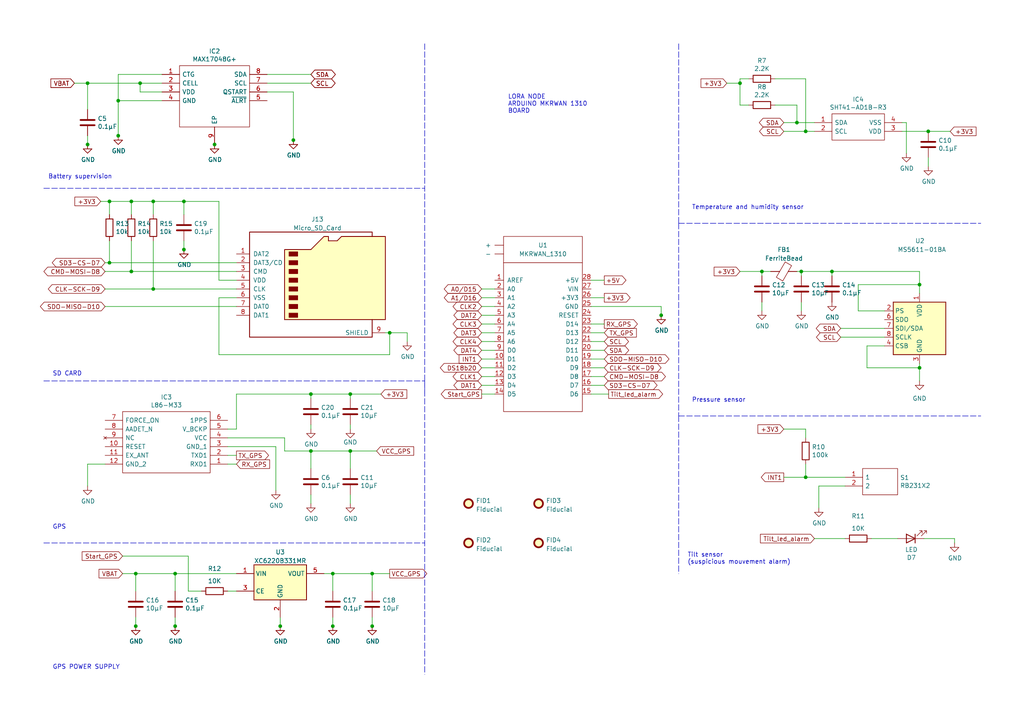
<source format=kicad_sch>
(kicad_sch (version 20211123) (generator eeschema)
  (paper "A4")
  (title_block (title "Open_beehive_scale_board") (date "2022-05-16") (rev "V0.1") (company "Ratamuse"))
  (lib_symbols
    (symbol "Connector:Micro_SD_Card" (pin_names (offset 1.016))
      (property "Reference" "J" (at -16.51 15.24 0))
      (property "Value" "Micro_SD_Card" (at 16.51 15.24 0))
      (symbol "Micro_SD_Card_0_1"
        (rectangle (start -7.62 -9.525) (end -5.08 -10.795) (fill (type outline)))
        (rectangle (start -7.62 -6.985) (end -5.08 -8.255) (fill (type outline)))
        (rectangle (start -7.62 -4.445) (end -5.08 -5.715) (fill (type outline)))
        (rectangle (start -7.62 -1.905) (end -5.08 -3.175) (fill (type outline)))
        (rectangle (start -7.62 0.635) (end -5.08 -0.635) (fill (type outline)))
        (rectangle (start -7.62 3.175) (end -5.08 1.905) (fill (type outline)))
        (rectangle (start -7.62 5.715) (end -5.08 4.445) (fill (type outline)))
        (rectangle (start -7.62 8.255) (end -5.08 6.985) (fill (type outline)))
        (polyline (pts (xy 16.51 12.7) (xy 16.51 13.97) (xy -19.05 13.97) (xy -19.05 -16.51) (xy 16.51 -16.51) (xy 16.51 -11.43)) (stroke (width 0.254)))
        (polyline (pts (xy -8.89 -11.43) (xy -8.89 8.89) (xy -1.27 8.89) (xy 2.54 12.7) (xy 3.81 12.7) (xy 3.81 11.43) (xy 6.35 11.43) (xy 7.62 12.7) (xy 20.32 12.7) (xy 20.32 -11.43) (xy -8.89 -11.43)) (stroke (width 0.254)) (fill (type background)))
      )
      (symbol "Micro_SD_Card_1_1"
        (pin bidirectional line (at -22.86 7.62 0) (length 3.81) (name "DAT2") (number "1"))
        (pin bidirectional line (at -22.86 5.08 0) (length 3.81) (name "DAT3/CD") (number "2"))
        (pin input line (at -22.86 2.54 0) (length 3.81) (name "CMD") (number "3"))
        (pin power_in line (at -22.86 0 0) (length 3.81) (name "VDD") (number "4"))
        (pin input line (at -22.86 -2.54 0) (length 3.81) (name "CLK") (number "5"))
        (pin power_in line (at -22.86 -5.08 0) (length 3.81) (name "VSS") (number "6"))
        (pin bidirectional line (at -22.86 -7.62 0) (length 3.81) (name "DAT0") (number "7"))
        (pin bidirectional line (at -22.86 -10.16 0) (length 3.81) (name "DAT1") (number "8"))
        (pin passive line (at 20.32 -15.24 180) (length 3.81) (name "SHIELD") (number "9"))
      )
    )
    (symbol "Device:C" (pin_numbers hide) (pin_names (offset 0.254))
      (property "Reference" "C" (at 0.635 2.54 0))
      (property "Value" "C" (at 0.635 -2.54 0))
      (symbol "C_0_1"
        (polyline (pts (xy -2.032 -0.762) (xy 2.032 -0.762)) (stroke (width 0.508)))
        (polyline (pts (xy -2.032 0.762) (xy 2.032 0.762)) (stroke (width 0.508)))
      )
      (symbol "C_1_1"
        (pin passive line (at 0 3.81 270) (length 2.794) (name "~") (number "1"))
        (pin passive line (at 0 -3.81 90) (length 2.794) (name "~") (number "2"))
      )
    )
    (symbol "Device:FerriteBead" (pin_numbers hide) (pin_names (offset 0))
      (property "Reference" "FB" (at -3.81 0.635 90))
      (property "Value" "FerriteBead" (at 3.81 0 90))
      (symbol "FerriteBead_0_1"
        (polyline (pts (xy 0 -1.27) (xy 0 -1.2192)))
        (polyline (pts (xy 0 1.27) (xy 0 1.2954)))
        (polyline (pts (xy -2.7686 0.4064) (xy -1.7018 2.2606) (xy 2.7686 -0.3048) (xy 1.6764 -2.159) (xy -2.7686 0.4064)))
      )
      (symbol "FerriteBead_1_1"
        (pin passive line (at 0 3.81 270) (length 2.54) (name "~") (number "1"))
        (pin passive line (at 0 -3.81 90) (length 2.54) (name "~") (number "2"))
      )
    )
    (symbol "Device:LED" (pin_numbers hide) (pin_names (offset 1.016) hide)
      (property "Reference" "D" (at 0 2.54 0))
      (property "Value" "LED" (at 0 -2.54 0))
      (symbol "LED_0_1"
        (polyline (pts (xy -1.27 -1.27) (xy -1.27 1.27)) (stroke (width 0.254)))
        (polyline (pts (xy -1.27 0) (xy 1.27 0)))
        (polyline (pts (xy 1.27 -1.27) (xy 1.27 1.27) (xy -1.27 0) (xy 1.27 -1.27)) (stroke (width 0.254)))
        (polyline (pts (xy -3.048 -0.762) (xy -4.572 -2.286) (xy -3.81 -2.286) (xy -4.572 -2.286) (xy -4.572 -1.524)))
        (polyline (pts (xy -1.778 -0.762) (xy -3.302 -2.286) (xy -2.54 -2.286) (xy -3.302 -2.286) (xy -3.302 -1.524)))
      )
      (symbol "LED_1_1"
        (pin passive line (at -3.81 0 0) (length 2.54) (name "K") (number "1"))
        (pin passive line (at 3.81 0 180) (length 2.54) (name "A") (number "2"))
      )
    )
    (symbol "Device:R" (pin_numbers hide) (pin_names (offset 0))
      (property "Reference" "R" (at 2.032 0 90))
      (property "Value" "R" (at 0 0 90))
      (symbol "R_0_1"
        (rectangle (start -1.016 -2.54) (end 1.016 2.54) (stroke (width 0.254)))
      )
      (symbol "R_1_1"
        (pin passive line (at 0 3.81 270) (length 1.27) (name "~") (number "1"))
        (pin passive line (at 0 -3.81 90) (length 1.27) (name "~") (number "2"))
      )
    )
    (symbol "L86-M33:L86-M33" (pin_names (offset 0.762))
      (property "Reference" "IC" (at 31.75 7.62 0))
      (property "Value" "L86-M33" (at 31.75 5.08 0))
      (symbol "L86-M33_0_0"
        (pin passive line (at 35.56 -12.7 180) (length 5.08) (name "RXD1") (number "1"))
        (pin passive line (at 0 -7.62 0) (length 5.08) (name "RESET") (number "10"))
        (pin passive line (at 0 -10.16 0) (length 5.08) (name "EX_ANT") (number "11"))
        (pin passive line (at 0 -12.7 0) (length 5.08) (name "GND_2") (number "12"))
        (pin passive line (at 35.56 -10.16 180) (length 5.08) (name "TXD1") (number "2"))
        (pin passive line (at 35.56 -7.62 180) (length 5.08) (name "GND_1") (number "3"))
        (pin passive line (at 35.56 -5.08 180) (length 5.08) (name "VCC") (number "4"))
        (pin passive line (at 35.56 -2.54 180) (length 5.08) (name "V_BCKP") (number "5"))
        (pin passive line (at 35.56 0 180) (length 5.08) (name "1PPS") (number "6"))
        (pin passive line (at 0 0 0) (length 5.08) (name "FORCE_ON") (number "7"))
        (pin passive line (at 0 -2.54 0) (length 5.08) (name "AADET_N") (number "8"))
        (pin no_connect line (at 0 -5.08 0) (length 5.08) (name "NC") (number "9"))
      )
      (symbol "L86-M33_0_1"
        (polyline (pts (xy 5.08 2.54) (xy 30.48 2.54) (xy 30.48 -15.24) (xy 5.08 -15.24) (xy 5.08 2.54)) (stroke (width 0.1524)))
      )
    )
    (symbol "MAX17048G+:MAX17048G+" (pin_names (offset 0.762))
      (property "Reference" "IC" (at 26.67 7.62 0))
      (property "Value" "MAX17048G+" (at 26.67 5.08 0))
      (symbol "MAX17048G+_0_0"
        (pin passive line (at 0 0 0) (length 5.08) (name "CTG") (number "1"))
        (pin passive line (at 0 -2.54 0) (length 5.08) (name "CELL") (number "2"))
        (pin passive line (at 0 -5.08 0) (length 5.08) (name "VDD") (number "3"))
        (pin passive line (at 0 -7.62 0) (length 5.08) (name "GND") (number "4"))
        (pin passive line (at 30.48 -7.62 180) (length 5.08) (name "~{ALRT}") (number "5"))
        (pin passive line (at 30.48 -5.08 180) (length 5.08) (name "QSTART") (number "6"))
        (pin passive line (at 30.48 -2.54 180) (length 5.08) (name "SCL") (number "7"))
        (pin passive line (at 30.48 0 180) (length 5.08) (name "SDA") (number "8"))
        (pin passive line (at 15.24 -20.32 90) (length 5.08) (name "EP") (number "9"))
      )
      (symbol "MAX17048G+_0_1"
        (polyline (pts (xy 5.08 2.54) (xy 25.4 2.54) (xy 25.4 -15.24) (xy 5.08 -15.24) (xy 5.08 2.54)) (stroke (width 0.1524)))
      )
    )
    (symbol "MKRShield_v1:MKRWAN_1310" (pin_names (offset 1.016))
      (property "Reference" "U1" (at 11.43 48.26 0))
      (property "Value" "MKRWAN_1310" (at 11.43 45.72 0))
      (symbol "MKRWAN_1310_0_1"
        (rectangle (start 0 43.18) (end 22.86 0))
        (rectangle (start 0 43.18) (end 22.86 50.8))
      )
      (symbol "MKRWAN_1310_1_1"
        (pin input line (at -2.54 38.1 0) (length 2.54) (name "AREF") (number "1"))
        (pin input line (at -2.54 15.24 0) (length 2.54) (name "D1") (number "10"))
        (pin input line (at -2.54 12.7 0) (length 2.54) (name "D2") (number "11"))
        (pin input line (at -2.54 10.16 0) (length 2.54) (name "D3") (number "12"))
        (pin input line (at -2.54 7.62 0) (length 2.54) (name "D4") (number "13"))
        (pin input line (at -2.54 5.08 0) (length 2.54) (name "D5") (number "14"))
        (pin input line (at 25.4 5.08 180) (length 2.54) (name "D6") (number "15"))
        (pin input line (at 25.4 7.62 180) (length 2.54) (name "D7") (number "16"))
        (pin input line (at 25.4 10.16 180) (length 2.54) (name "D8") (number "17"))
        (pin input line (at 25.4 12.7 180) (length 2.54) (name "D9") (number "18"))
        (pin input line (at 25.4 15.24 180) (length 2.54) (name "D10") (number "19"))
        (pin input line (at -2.54 35.56 0) (length 2.54) (name "A0") (number "2"))
        (pin input line (at 25.4 17.78 180) (length 2.54) (name "D11") (number "20"))
        (pin input line (at 25.4 20.32 180) (length 2.54) (name "D12") (number "21"))
        (pin input line (at 25.4 22.86 180) (length 2.54) (name "D13") (number "22"))
        (pin input line (at 25.4 25.4 180) (length 2.54) (name "D14") (number "23"))
        (pin input line (at 25.4 27.94 180) (length 2.54) (name "RESET") (number "24"))
        (pin input line (at 25.4 30.48 180) (length 2.54) (name "GND") (number "25"))
        (pin input line (at 25.4 33.02 180) (length 2.54) (name "+3V3") (number "26"))
        (pin input line (at 25.4 35.56 180) (length 2.54) (name "VIN") (number "27"))
        (pin input line (at 25.4 38.1 180) (length 2.54) (name "+5V") (number "28"))
        (pin input line (at -2.54 33.02 0) (length 2.54) (name "A1") (number "3"))
        (pin input line (at -2.54 30.48 0) (length 2.54) (name "A2") (number "4"))
        (pin input line (at -2.54 27.94 0) (length 2.54) (name "A3") (number "5"))
        (pin input line (at -2.54 25.4 0) (length 2.54) (name "A4") (number "6"))
        (pin input line (at -2.54 22.86 0) (length 2.54) (name "A5") (number "7"))
        (pin input line (at -2.54 20.32 0) (length 2.54) (name "A6") (number "8"))
        (pin input line (at -2.54 17.78 0) (length 2.54) (name "D0") (number "9"))
        (pin input line (at 0 48.26 180) (length 2.54) (name "+") (number "~"))
        (pin input line (at 0 45.72 180) (length 2.54) (name "-") (number "~"))
      )
    )
    (symbol "Mechanical:Fiducial"
      (property "Reference" "FID" (at 0 5.08 0))
      (property "Value" "Fiducial" (at 0 3.175 0))
      (symbol "Fiducial_0_1"
        (circle (center 0 0) (radius 1.27) (stroke (width 0.508)) (fill (type background)))
      )
    )
    (symbol "RB231X2:RB231X2" (pin_names (offset 0.762))
      (property "Reference" "S" (at 16.51 7.62 0))
      (property "Value" "RB231X2" (at 16.51 5.08 0))
      (symbol "RB231X2_0_0"
        (pin passive line (at 0 0 0) (length 5.08) (name "1") (number "1"))
        (pin passive line (at 0 -2.54 0) (length 5.08) (name "2") (number "2"))
      )
      (symbol "RB231X2_0_1"
        (polyline (pts (xy 5.08 2.54) (xy 15.24 2.54) (xy 15.24 -5.08) (xy 5.08 -5.08) (xy 5.08 2.54)) (stroke (width 0.1524)))
      )
    )
    (symbol "Regulator_Linear:XC6220B331MR"
      (property "Reference" "U" (at 0 8.89 0))
      (property "Value" "XC6220B331MR" (at 0 6.35 0))
      (symbol "XC6220B331MR_0_1"
        (rectangle (start -7.62 5.08) (end 7.62 -5.08) (stroke (width 0.254)) (fill (type background)))
      )
      (symbol "XC6220B331MR_1_1"
        (pin power_in line (at -12.7 2.54 0) (length 5.08) (name "VIN") (number "1"))
        (pin power_in line (at 0 -10.16 90) (length 5.08) (name "GND") (number "2"))
        (pin input line (at -12.7 -2.54 0) (length 5.08) (name "CE") (number "3"))
        (pin no_connect line (at 12.7 -2.54 180) (length 5.08) hide (name "NC") (number "4"))
        (pin power_out line (at 12.7 2.54 180) (length 5.08) (name "VOUT") (number "5"))
      )
    )
    (symbol "SHT41-AD1B-R3:SHT41-AD1B-R3" (pin_names (offset 0.762))
      (property "Reference" "IC" (at 21.59 7.62 0))
      (property "Value" "SHT41-AD1B-R3" (at 21.59 5.08 0))
      (symbol "SHT41-AD1B-R3_0_0"
        (pin passive line (at 0 0 0) (length 5.08) (name "SDA") (number "1"))
        (pin passive line (at 0 -2.54 0) (length 5.08) (name "SCL") (number "2"))
        (pin passive line (at 25.4 -2.54 180) (length 5.08) (name "VDD") (number "3"))
        (pin passive line (at 25.4 0 180) (length 5.08) (name "VSS") (number "4"))
      )
      (symbol "SHT41-AD1B-R3_0_1"
        (polyline (pts (xy 5.08 2.54) (xy 20.32 2.54) (xy 20.32 -5.08) (xy 5.08 -5.08) (xy 5.08 2.54)) (stroke (width 0.1524)))
      )
    )
    (symbol "Sensor_Pressure:MS5611-01BA"
      (property "Reference" "U" (at -6.35 8.89 0))
      (property "Value" "MS5611-01BA" (at 7.62 8.89 0))
      (symbol "MS5611-01BA_0_1"
        (rectangle (start -7.62 7.62) (end 7.62 -7.62) (stroke (width 0.254)) (fill (type background)))
      )
      (symbol "MS5611-01BA_1_1"
        (pin power_in line (at 0 10.16 270) (length 2.54) (name "VDD") (number "1"))
        (pin input line (at -10.16 5.08 0) (length 2.54) (name "PS") (number "2"))
        (pin power_in line (at 0 -10.16 90) (length 2.54) (name "GND") (number "3"))
        (pin input line (at -10.16 -5.08 0) (length 2.54) (name "CSB") (number "4"))
        (pin input line (at -10.16 -5.08 0) (length 2.54) hide (name "CSB") (number "5"))
        (pin output line (at -10.16 2.54 0) (length 2.54) (name "SDO") (number "6"))
        (pin bidirectional line (at -10.16 0 0) (length 2.54) (name "SDI/SDA") (number "7"))
        (pin input line (at -10.16 -2.54 0) (length 2.54) (name "SCLK") (number "8"))
      )
    )
    (symbol "power:GND" (power) (pin_names (offset 0))
      (property "Value" "GND" (at 0 -3.81 0))
      (symbol "GND_0_1"
        (polyline (pts (xy 0 0) (xy 0 -1.27) (xy 1.27 -1.27) (xy 0 -2.54) (xy -1.27 -1.27) (xy 0 -1.27)))
      )
      (symbol "GND_1_1"
        (pin power_in line (at 0 0 270) (length 0) hide (name "GND") (number "1"))
      )
    )
  )
  (junction (at 269.24 38.1))
  (junction (at 34.29 29.21))
  (junction (at 233.68 138.43))
  (junction (at 90.17 130.81))
  (junction (at 107.95 181.61))
  (junction (at 31.75 58.42))
  (junction (at 85.09 40.64))
  (junction (at 38.1 78.74))
  (junction (at 81.28 181.61))
  (junction (at 25.4 24.13))
  (junction (at 38.1 58.42))
  (junction (at 96.52 166.37))
  (junction (at 90.17 114.3))
  (junction (at 39.37 166.37))
  (junction (at 44.45 58.42))
  (junction (at 96.52 181.61))
  (junction (at 101.6 130.81))
  (junction (at 233.68 38.1))
  (junction (at 107.95 166.37))
  (junction (at 31.75 76.2))
  (junction (at 62.23 41.91))
  (junction (at 232.41 78.74))
  (junction (at 39.37 181.61))
  (junction (at 231.14 35.56))
  (junction (at 25.4 41.91))
  (junction (at 50.8 166.37))
  (junction (at 53.34 72.39))
  (junction (at 191.77 91.44))
  (junction (at 220.98 78.74))
  (junction (at 241.3 78.74))
  (junction (at 53.34 58.42))
  (junction (at 50.8 181.61))
  (junction (at 101.6 114.3))
  (junction (at 40.64 24.13))
  (junction (at 34.29 39.37))
  (junction (at 266.7 106.68))
  (junction (at 44.45 83.82))
  (junction (at 214.63 24.13))
  (junction (at 266.7 82.55))
  (junction (at 113.03 96.52))
  (wire (pts (xy 25.4 39.37) (xy 25.4 41.91)))
  (wire (pts (xy 269.24 45.72) (xy 269.24 48.26)))
  (wire (pts (xy 63.5 58.42) (xy 63.5 81.28)))
  (wire (pts (xy 214.63 30.48) (xy 214.63 24.13)))
  (wire (pts (xy 233.68 38.1) (xy 233.68 22.86)))
  (wire (pts (xy 90.17 115.57) (xy 90.17 114.3)))
  (wire (pts (xy 113.03 96.52) (xy 118.11 96.52)))
  (wire (pts (xy 50.8 171.45) (xy 50.8 166.37)))
  (wire (pts (xy 261.62 35.56) (xy 262.89 35.56)))
  (wire (pts (xy 267.97 156.21) (xy 276.86 156.21)))
  (wire (pts (xy 38.1 58.42) (xy 38.1 62.23)))
  (wire (pts (xy 101.6 115.57) (xy 101.6 114.3)))
  (wire (pts (xy 31.75 58.42) (xy 38.1 58.42)))
  (wire (pts (xy 139.7 86.36) (xy 143.51 86.36)))
  (wire (pts (xy 68.58 134.62) (xy 66.04 134.62)))
  (wire (pts (xy 31.75 69.85) (xy 31.75 76.2)))
  (wire (pts (xy 107.95 166.37) (xy 113.03 166.37)))
  (wire (pts (xy 233.68 38.1) (xy 227.33 38.1)))
  (wire (pts (xy 80.01 129.54) (xy 80.01 142.24)))
  (wire (pts (xy 232.41 87.63) (xy 232.41 90.17)))
  (wire (pts (xy 50.8 166.37) (xy 68.58 166.37)))
  (polyline (pts (xy 123.19 110.49) (xy 123.19 114.3)))
  (wire (pts (xy 231.14 35.56) (xy 231.14 30.48)))
  (wire (pts (xy 101.6 130.81) (xy 109.22 130.81)))
  (polyline (pts (xy 196.85 12.7) (xy 196.85 64.77)))
  (wire (pts (xy 251.46 100.33) (xy 251.46 106.68)))
  (wire (pts (xy 44.45 69.85) (xy 44.45 83.82)))
  (wire (pts (xy 30.48 83.82) (xy 44.45 83.82)))
  (wire (pts (xy 44.45 58.42) (xy 44.45 62.23)))
  (wire (pts (xy 139.7 91.44) (xy 143.51 91.44)))
  (wire (pts (xy 96.52 179.07) (xy 96.52 181.61)))
  (wire (pts (xy 171.45 104.14) (xy 175.26 104.14)))
  (wire (pts (xy 214.63 78.74) (xy 220.98 78.74)))
  (wire (pts (xy 171.45 111.76) (xy 175.26 111.76)))
  (wire (pts (xy 269.24 38.1) (xy 261.62 38.1)))
  (wire (pts (xy 101.6 114.3) (xy 110.49 114.3)))
  (wire (pts (xy 214.63 22.86) (xy 217.17 22.86)))
  (wire (pts (xy 63.5 102.87) (xy 113.03 102.87)))
  (wire (pts (xy 139.7 83.82) (xy 143.51 83.82)))
  (wire (pts (xy 139.7 99.06) (xy 143.51 99.06)))
  (wire (pts (xy 118.11 96.52) (xy 118.11 99.06)))
  (wire (pts (xy 25.4 24.13) (xy 25.4 31.75)))
  (wire (pts (xy 276.86 156.21) (xy 276.86 157.48)))
  (wire (pts (xy 220.98 78.74) (xy 223.52 78.74)))
  (wire (pts (xy 82.55 130.81) (xy 90.17 130.81)))
  (wire (pts (xy 40.64 26.67) (xy 46.99 26.67)))
  (wire (pts (xy 77.47 24.13) (xy 90.17 24.13)))
  (wire (pts (xy 29.21 58.42) (xy 31.75 58.42)))
  (wire (pts (xy 171.45 114.3) (xy 176.53 114.3)))
  (wire (pts (xy 266.7 82.55) (xy 266.7 78.74)))
  (wire (pts (xy 38.1 78.74) (xy 68.58 78.74)))
  (wire (pts (xy 44.45 58.42) (xy 53.34 58.42)))
  (wire (pts (xy 243.84 97.79) (xy 256.54 97.79)))
  (wire (pts (xy 30.48 88.9) (xy 68.58 88.9)))
  (wire (pts (xy 139.7 88.9) (xy 143.51 88.9)))
  (wire (pts (xy 191.77 88.9) (xy 191.77 91.44)))
  (wire (pts (xy 90.17 123.19) (xy 90.17 124.46)))
  (wire (pts (xy 220.98 80.01) (xy 220.98 78.74)))
  (wire (pts (xy 214.63 24.13) (xy 210.82 24.13)))
  (wire (pts (xy 68.58 86.36) (xy 63.5 86.36)))
  (wire (pts (xy 38.1 58.42) (xy 44.45 58.42)))
  (wire (pts (xy 256.54 100.33) (xy 251.46 100.33)))
  (wire (pts (xy 68.58 124.46) (xy 68.58 114.3)))
  (wire (pts (xy 68.58 114.3) (xy 90.17 114.3)))
  (wire (pts (xy 82.55 130.81) (xy 82.55 127)))
  (wire (pts (xy 66.04 129.54) (xy 80.01 129.54)))
  (wire (pts (xy 248.92 90.17) (xy 256.54 90.17)))
  (wire (pts (xy 50.8 179.07) (xy 50.8 181.61)))
  (wire (pts (xy 231.14 35.56) (xy 236.22 35.56)))
  (wire (pts (xy 96.52 171.45) (xy 96.52 166.37)))
  (polyline (pts (xy 12.7 157.48) (xy 123.19 157.48)))
  (wire (pts (xy 236.22 38.1) (xy 233.68 38.1)))
  (wire (pts (xy 233.68 138.43) (xy 227.33 138.43)))
  (wire (pts (xy 139.7 109.22) (xy 143.51 109.22)))
  (wire (pts (xy 139.7 114.3) (xy 143.51 114.3)))
  (wire (pts (xy 30.48 78.74) (xy 38.1 78.74)))
  (wire (pts (xy 231.14 30.48) (xy 224.79 30.48)))
  (wire (pts (xy 139.7 106.68) (xy 143.51 106.68)))
  (wire (pts (xy 139.7 96.52) (xy 143.51 96.52)))
  (wire (pts (xy 266.7 105.41) (xy 266.7 106.68)))
  (wire (pts (xy 34.29 29.21) (xy 34.29 39.37)))
  (wire (pts (xy 269.24 38.1) (xy 275.59 38.1)))
  (wire (pts (xy 96.52 166.37) (xy 107.95 166.37)))
  (wire (pts (xy 171.45 81.28) (xy 175.26 81.28)))
  (wire (pts (xy 171.45 93.98) (xy 175.26 93.98)))
  (wire (pts (xy 237.49 140.97) (xy 237.49 147.32)))
  (wire (pts (xy 25.4 134.62) (xy 25.4 140.97)))
  (wire (pts (xy 39.37 171.45) (xy 39.37 166.37)))
  (wire (pts (xy 101.6 143.51) (xy 101.6 146.05)))
  (wire (pts (xy 31.75 76.2) (xy 68.58 76.2)))
  (wire (pts (xy 111.76 96.52) (xy 113.03 96.52)))
  (wire (pts (xy 217.17 30.48) (xy 214.63 30.48)))
  (wire (pts (xy 171.45 101.6) (xy 175.26 101.6)))
  (wire (pts (xy 101.6 135.89) (xy 101.6 130.81)))
  (wire (pts (xy 25.4 24.13) (xy 40.64 24.13)))
  (wire (pts (xy 233.68 124.46) (xy 227.33 124.46)))
  (wire (pts (xy 245.11 140.97) (xy 237.49 140.97)))
  (wire (pts (xy 171.45 99.06) (xy 175.26 99.06)))
  (wire (pts (xy 77.47 26.67) (xy 85.09 26.67)))
  (wire (pts (xy 46.99 24.13) (xy 40.64 24.13)))
  (wire (pts (xy 243.84 95.25) (xy 256.54 95.25)))
  (wire (pts (xy 68.58 124.46) (xy 66.04 124.46)))
  (polyline (pts (xy 12.7 110.49) (xy 123.19 110.49)))
  (wire (pts (xy 248.92 82.55) (xy 248.92 90.17)))
  (wire (pts (xy 241.3 78.74) (xy 266.7 78.74)))
  (polyline (pts (xy 196.85 64.77) (xy 196.85 120.65)))
  (wire (pts (xy 90.17 114.3) (xy 101.6 114.3)))
  (wire (pts (xy 44.45 83.82) (xy 68.58 83.82)))
  (polyline (pts (xy 196.85 64.77) (xy 284.48 64.77)))
  (wire (pts (xy 40.64 24.13) (xy 40.64 26.67)))
  (wire (pts (xy 241.3 78.74) (xy 241.3 80.01)))
  (wire (pts (xy 101.6 124.46) (xy 101.6 123.19)))
  (wire (pts (xy 46.99 21.59) (xy 34.29 21.59)))
  (wire (pts (xy 93.98 166.37) (xy 96.52 166.37)))
  (wire (pts (xy 231.14 35.56) (xy 227.33 35.56)))
  (wire (pts (xy 139.7 101.6) (xy 143.51 101.6)))
  (wire (pts (xy 251.46 106.68) (xy 266.7 106.68)))
  (wire (pts (xy 233.68 22.86) (xy 224.79 22.86)))
  (wire (pts (xy 266.7 82.55) (xy 248.92 82.55)))
  (wire (pts (xy 39.37 179.07) (xy 39.37 181.61)))
  (polyline (pts (xy 12.7 54.61) (xy 123.19 54.61)))
  (wire (pts (xy 220.98 87.63) (xy 220.98 90.17)))
  (wire (pts (xy 85.09 26.67) (xy 85.09 40.64)))
  (wire (pts (xy 233.68 127) (xy 233.68 124.46)))
  (wire (pts (xy 53.34 69.85) (xy 53.34 72.39)))
  (wire (pts (xy 171.45 88.9) (xy 191.77 88.9)))
  (wire (pts (xy 233.68 138.43) (xy 233.68 134.62)))
  (wire (pts (xy 232.41 78.74) (xy 241.3 78.74)))
  (wire (pts (xy 245.11 138.43) (xy 233.68 138.43)))
  (wire (pts (xy 139.7 104.14) (xy 143.51 104.14)))
  (wire (pts (xy 81.28 179.07) (xy 81.28 181.61)))
  (wire (pts (xy 35.56 161.29) (xy 54.61 161.29)))
  (wire (pts (xy 30.48 76.2) (xy 31.75 76.2)))
  (wire (pts (xy 39.37 166.37) (xy 50.8 166.37)))
  (wire (pts (xy 46.99 29.21) (xy 34.29 29.21)))
  (wire (pts (xy 252.73 156.21) (xy 260.35 156.21)))
  (wire (pts (xy 63.5 81.28) (xy 68.58 81.28)))
  (polyline (pts (xy 196.85 120.65) (xy 284.48 120.65)))
  (wire (pts (xy 90.17 135.89) (xy 90.17 130.81)))
  (wire (pts (xy 139.7 111.76) (xy 143.51 111.76)))
  (wire (pts (xy 262.89 35.56) (xy 262.89 44.45)))
  (wire (pts (xy 266.7 106.68) (xy 266.7 110.49)))
  (polyline (pts (xy 196.85 120.65) (xy 196.85 166.37)))
  (wire (pts (xy 171.45 109.22) (xy 175.26 109.22)))
  (wire (pts (xy 214.63 24.13) (xy 214.63 22.86)))
  (wire (pts (xy 171.45 86.36) (xy 175.26 86.36)))
  (wire (pts (xy 90.17 130.81) (xy 101.6 130.81)))
  (wire (pts (xy 232.41 78.74) (xy 232.41 80.01)))
  (wire (pts (xy 236.22 156.21) (xy 245.11 156.21)))
  (wire (pts (xy 25.4 134.62) (xy 30.48 134.62)))
  (wire (pts (xy 171.45 96.52) (xy 175.26 96.52)))
  (wire (pts (xy 266.7 85.09) (xy 266.7 82.55)))
  (wire (pts (xy 63.5 86.36) (xy 63.5 102.87)))
  (wire (pts (xy 21.59 24.13) (xy 25.4 24.13)))
  (wire (pts (xy 38.1 69.85) (xy 38.1 78.74)))
  (wire (pts (xy 34.29 21.59) (xy 34.29 29.21)))
  (wire (pts (xy 53.34 58.42) (xy 63.5 58.42)))
  (wire (pts (xy 90.17 143.51) (xy 90.17 146.05)))
  (wire (pts (xy 171.45 106.68) (xy 175.26 106.68)))
  (wire (pts (xy 231.14 78.74) (xy 232.41 78.74)))
  (wire (pts (xy 113.03 102.87) (xy 113.03 96.52)))
  (wire (pts (xy 139.7 93.98) (xy 143.51 93.98)))
  (wire (pts (xy 31.75 58.42) (xy 31.75 62.23)))
  (wire (pts (xy 53.34 58.42) (xy 53.34 62.23)))
  (wire (pts (xy 107.95 179.07) (xy 107.95 181.61)))
  (wire (pts (xy 58.42 171.45) (xy 54.61 171.45)))
  (wire (pts (xy 66.04 171.45) (xy 68.58 171.45)))
  (wire (pts (xy 77.47 21.59) (xy 90.17 21.59)))
  (wire (pts (xy 35.56 166.37) (xy 39.37 166.37)))
  (polyline (pts (xy 123.19 12.7) (xy 123.19 195.58)))
  (wire (pts (xy 107.95 171.45) (xy 107.95 166.37)))
  (wire (pts (xy 82.55 127) (xy 66.04 127)))
  (wire (pts (xy 54.61 171.45) (xy 54.61 161.29)))
  (wire (pts (xy 66.04 132.08) (xy 68.58 132.08)))
  (text "SD CARD" (at 15.24 109.22 0) (effects (font (size 1.27 1.27)) (justify left bottom)))
  (text "GPS" (at 15.24 153.67 0) (effects (font (size 1.27 1.27)) (justify left bottom)))
  (text "LORA NODE \nARDUINO MKRWAN 1310\nBOARD" (at 147.32 33.02 0) (effects (font (size 1.27 1.27)) (justify left bottom)))
  (text "Battery supervision\n" (at 13.97 52.07 0) (effects (font (size 1.27 1.27)) (justify left bottom)))
  (text "Tilt sensor \n(suspicious mouvement alarm)" (at 199.39 163.83 0) (effects (font (size 1.27 1.27)) (justify left bottom)))
  (text "Temperature and humidity sensor\n" (at 200.66 60.96 0) (effects (font (size 1.27 1.27)) (justify left bottom)))
  (text "Pressure sensor" (at 200.66 116.84 0) (effects (font (size 1.27 1.27)) (justify left bottom)))
  (text "GPS POWER SUPPLY" (at 15.24 194.31 0) (effects (font (size 1.27 1.27)) (justify left bottom)))
  (global_label "TX_GPS" (shape output) (at 68.58 132.08 0) (property "Intersheet References" "${INTERSHEET_REFS}" (effects hide)))
  (global_label "+3V3" (shape input) (at 29.21 58.42 180) (property "Intersheet References" "${INTERSHEET_REFS}" (effects hide)))
  (global_label "SDA" (shape bidirectional) (at 90.17 21.59 0) (property "Intersheet References" "${INTERSHEET_REFS}" (effects hide)))
  (global_label "Start_GPS" (shape input) (at 35.56 161.29 180) (property "Intersheet References" "${INTERSHEET_REFS}" (effects hide)))
  (global_label "SCL" (shape bidirectional) (at 90.17 24.13 0) (property "Intersheet References" "${INTERSHEET_REFS}" (effects hide)))
  (global_label "+3V3" (shape input) (at 214.63 78.74 180) (property "Intersheet References" "${INTERSHEET_REFS}" (effects hide)))
  (global_label "+3V3" (shape input) (at 227.33 124.46 180) (property "Intersheet References" "${INTERSHEET_REFS}" (effects hide)))
  (global_label "SD3-CS-D7" (shape bidirectional) (at 175.26 111.76 0) (property "Intersheet References" "${INTERSHEET_REFS}" (effects hide)))
  (global_label "A0{slash}D15" (shape bidirectional) (at 139.7 83.82 180) (property "Intersheet References" "${INTERSHEET_REFS}" (effects hide)))
  (global_label "SDA" (shape bidirectional) (at 243.84 95.25 180) (property "Intersheet References" "${INTERSHEET_REFS}" (effects hide)))
  (global_label "SD3-CS-D7" (shape bidirectional) (at 30.48 76.2 180) (property "Intersheet References" "${INTERSHEET_REFS}" (effects hide)))
  (global_label "DS18b20" (shape bidirectional) (at 139.7 106.68 180) (property "Intersheet References" "${INTERSHEET_REFS}" (effects hide)))
  (global_label "+5V" (shape output) (at 175.26 81.28 0) (property "Intersheet References" "${INTERSHEET_REFS}" (effects hide)))
  (global_label "+3V3" (shape input) (at 210.82 24.13 180) (property "Intersheet References" "${INTERSHEET_REFS}" (effects hide)))
  (global_label "SCL" (shape bidirectional) (at 227.33 38.1 180) (property "Intersheet References" "${INTERSHEET_REFS}" (effects hide)))
  (global_label "CLK-SCK-D9" (shape bidirectional) (at 30.48 83.82 180) (property "Intersheet References" "${INTERSHEET_REFS}" (effects hide)))
  (global_label "SCL" (shape bidirectional) (at 90.17 24.13 0) (property "Intersheet References" "${INTERSHEET_REFS}" (effects hide)))
  (global_label "VCC_GPS" (shape output) (at 113.03 166.37 0) (property "Intersheet References" "${INTERSHEET_REFS}" (effects hide)))
  (global_label "Tilt_led_alarm" (shape input) (at 236.22 156.21 180) (property "Intersheet References" "${INTERSHEET_REFS}" (effects hide)))
  (global_label "SDA" (shape bidirectional) (at 227.33 35.56 180) (property "Intersheet References" "${INTERSHEET_REFS}" (effects hide)))
  (global_label "CLK1" (shape bidirectional) (at 139.7 109.22 180) (property "Intersheet References" "${INTERSHEET_REFS}" (effects hide)))
  (global_label "VBAT" (shape input) (at 35.56 166.37 180) (property "Intersheet References" "${INTERSHEET_REFS}" (effects hide)))
  (global_label "DAT2" (shape bidirectional) (at 139.7 91.44 180) (property "Intersheet References" "${INTERSHEET_REFS}" (effects hide)))
  (global_label "SDA" (shape bidirectional) (at 175.26 101.6 0) (property "Intersheet References" "${INTERSHEET_REFS}" (effects hide)))
  (global_label "Tilt_led_alarm" (shape output) (at 176.53 114.3 0) (property "Intersheet References" "${INTERSHEET_REFS}" (effects hide)))
  (global_label "A1{slash}D16" (shape bidirectional) (at 139.7 86.36 180) (property "Intersheet References" "${INTERSHEET_REFS}" (effects hide)))
  (global_label "SDO-MISO-D10" (shape bidirectional) (at 175.26 104.14 0) (property "Intersheet References" "${INTERSHEET_REFS}" (effects hide)))
  (global_label "+3V3" (shape input) (at 275.59 38.1 0) (property "Intersheet References" "${INTERSHEET_REFS}" (effects hide)))
  (global_label "TX_GPS" (shape input) (at 175.26 96.52 0) (property "Intersheet References" "${INTERSHEET_REFS}" (effects hide)))
  (global_label "+3V3" (shape input) (at 110.49 114.3 0) (property "Intersheet References" "${INTERSHEET_REFS}" (effects hide)))
  (global_label "SDA" (shape bidirectional) (at 90.17 21.59 0) (property "Intersheet References" "${INTERSHEET_REFS}" (effects hide)))
  (global_label "CLK4" (shape bidirectional) (at 139.7 99.06 180) (property "Intersheet References" "${INTERSHEET_REFS}" (effects hide)))
  (global_label "DAT3" (shape bidirectional) (at 139.7 96.52 180) (property "Intersheet References" "${INTERSHEET_REFS}" (effects hide)))
  (global_label "Start_GPS" (shape output) (at 139.7 114.3 180) (property "Intersheet References" "${INTERSHEET_REFS}" (effects hide)))
  (global_label "CLK-SCK-D9" (shape bidirectional) (at 175.26 106.68 0) (property "Intersheet References" "${INTERSHEET_REFS}" (effects hide)))
  (global_label "CMD-MOSI-D8" (shape bidirectional) (at 175.26 109.22 0) (property "Intersheet References" "${INTERSHEET_REFS}" (effects hide)))
  (global_label "DAT1" (shape bidirectional) (at 139.7 111.76 180) (property "Intersheet References" "${INTERSHEET_REFS}" (effects hide)))
  (global_label "INT1" (shape output) (at 227.33 138.43 180) (property "Intersheet References" "${INTERSHEET_REFS}" (effects hide)))
  (global_label "SCL" (shape bidirectional) (at 175.26 99.06 0) (property "Intersheet References" "${INTERSHEET_REFS}" (effects hide)))
  (global_label "INT1" (shape input) (at 139.7 104.14 180) (property "Intersheet References" "${INTERSHEET_REFS}" (effects hide)))
  (global_label "CLK3" (shape bidirectional) (at 139.7 93.98 180) (property "Intersheet References" "${INTERSHEET_REFS}" (effects hide)))
  (global_label "VBAT" (shape input) (at 21.59 24.13 180) (property "Intersheet References" "${INTERSHEET_REFS}" (effects hide)))
  (global_label "DAT4" (shape bidirectional) (at 139.7 101.6 180) (property "Intersheet References" "${INTERSHEET_REFS}" (effects hide)))
  (global_label "CMD-MOSI-D8" (shape bidirectional) (at 30.48 78.74 180) (property "Intersheet References" "${INTERSHEET_REFS}" (effects hide)))
  (global_label "+3V3" (shape output) (at 175.26 86.36 0) (property "Intersheet References" "${INTERSHEET_REFS}" (effects hide)))
  (global_label "RX_GPS" (shape output) (at 175.26 93.98 0) (property "Intersheet References" "${INTERSHEET_REFS}" (effects hide)))
  (global_label "SDO-MISO-D10" (shape bidirectional) (at 30.48 88.9 180) (property "Intersheet References" "${INTERSHEET_REFS}" (effects hide)))
  (global_label "SCL" (shape bidirectional) (at 243.84 97.79 180) (property "Intersheet References" "${INTERSHEET_REFS}" (effects hide)))
  (global_label "CLK2" (shape bidirectional) (at 139.7 88.9 180) (property "Intersheet References" "${INTERSHEET_REFS}" (effects hide)))
  (global_label "VCC_GPS" (shape input) (at 109.22 130.81 0) (property "Intersheet References" "${INTERSHEET_REFS}" (effects hide)))
  (global_label "VBAT" (shape input) (at 21.59 24.13 180) (property "Intersheet References" "${INTERSHEET_REFS}" (effects hide)))
  (global_label "RX_GPS" (shape input) (at 68.58 134.62 0) (property "Intersheet References" "${INTERSHEET_REFS}" (effects hide)))
  (symbol (lib_id "Device:C") (at 101.6 139.7 0) (unit 1)
    (property "Reference" "C11" (at 104.521 138.5316 0) (effects (justify left)))
    (property "Value" "10µF" (at 104.521 140.843 0) (effects (justify left)))
    (property "Footprint" "Capacitor_SMD:C_0805_2012Metric" (effects hide))
  )
  (symbol (lib_id "power:GND") (at 101.6 146.05 0) (unit 1)
    (property "Reference" "#PWR0116" (effects hide))
    (property "Value" "GND" (at 101.727 150.4442 0))
  )
  (symbol (lib_id "RB231X2:RB231X2") (at 245.11 138.43 0) (unit 1)
    (property "Reference" "S1" (at 261.0612 138.5316 0) (effects (justify left)))
    (property "Value" "RB231X2" (at 261.0612 140.843 0) (effects (justify left)))
    (property "Footprint" "Empreintes:RB231X2" (effects hide))
    (property "Datasheet" "http://www.mouser.com/datasheet/2/60/rb-965392.pdf" (effects hide))
    (property "Description" "Tilt Switches ROLLING BALL" (effects hide))
    (property "Height" "4" (effects hide))
    (property "Manufacturer_Name" "C & K COMPONENTS" (effects hide))
    (property "Manufacturer_Part_Number" "RB231X2" (effects hide))
    (property "Mouser Part Number" "611-RB-231X2" (effects hide))
    (property "Mouser Price/Stock" "https://www.mouser.co.uk/ProductDetail/CK/RB231X2?qs=Gufeu08L%2Fl3N%2F2jZGTaJow%3D%3D" (effects hide))
    (property "Arrow Part Number" "RB231X2" (effects hide))
    (property "Arrow Price/Stock" "https://www.arrow.com/en/products/rb231x2/ck" (effects hide))
  )
  (symbol (lib_id "L86-M33:L86-M33") (at 30.48 121.92 0) (unit 1)
    (property "Reference" "IC3" (at 48.26 115.189 0))
    (property "Value" "L86-M33" (at 48.26 117.5004 0))
    (property "Footprint" "Empreintes:L80-M39" (effects hide))
    (property "Datasheet" "https://docs-emea.rs-online.com/webdocs/147d/0900766b8147dbfb.pdf" (effects hide))
    (property "Description" "GPS/GLONASS receiver + antenna pack of 1" (effects hide))
    (property "Manufacturer_Name" "Quectel" (effects hide))
    (property "Manufacturer_Part_Number" "L86-M33" (effects hide))
    (property "Arrow Part Number" "L86-M33" (effects hide))
    (property "Arrow Price/Stock" "https://www.arrow.com/en/products/l86-m33/quectel-wireless-solutions-co-ltd" (effects hide))
  )
  (symbol (lib_id "power:GND") (at 237.49 147.32 0) (unit 1)
    (property "Reference" "#PWR0126" (effects hide))
    (property "Value" "GND" (at 237.617 151.7142 0))
  )
  (symbol (lib_id "power:GND") (at 25.4 140.97 0) (unit 1)
    (property "Reference" "#PWR0119" (effects hide))
    (property "Value" "GND" (at 25.527 145.3642 0))
  )
  (symbol (lib_id "Device:R") (at 233.68 130.81 0) (unit 1)
    (property "Reference" "R10" (at 235.458 129.6416 0) (effects (justify left)))
    (property "Value" "100k" (at 235.458 131.953 0) (effects (justify left)))
    (property "Footprint" "Resistor_SMD:R_0603_1608Metric" (effects hide))
  )
  (symbol (lib_id "Device:C") (at 90.17 139.7 0) (unit 1)
    (property "Reference" "C6" (at 93.091 138.5316 0) (effects (justify left)))
    (property "Value" "0.1µF" (at 93.091 140.843 0) (effects (justify left)))
    (property "Footprint" "Capacitor_SMD:C_0603_1608Metric" (effects hide))
  )
  (symbol (lib_id "power:GND") (at 90.17 146.05 0) (unit 1)
    (property "Reference" "#PWR0120" (effects hide))
    (property "Value" "GND" (at 90.297 150.4442 0))
  )
  (symbol (lib_id "MKRShield_v1:MKRWAN_1310") (at 146.05 119.38 0) (unit 1)
    (property "Reference" "U1" (at 157.48 71.12 0))
    (property "Value" "MKRWAN_1310" (at 157.48 73.66 0))
    (property "Footprint" "Empreintes:ARDUINO_ABX00012" (effects hide))
  )
  (symbol (lib_id "MAX17048G+:MAX17048G+") (at 46.99 21.59 0) (unit 1)
    (property "Reference" "IC2" (at 62.23 14.859 0))
    (property "Value" "MAX17048G+" (at 62.23 17.1704 0))
    (property "Footprint" "Empreintes:SON50P200X200X80-9N-D" (effects hide))
    (property "Datasheet" "https://datasheets.maximintegrated.com/en/ds/MAX17048-MAX17049.pdf" (effects hide))
    (property "Description" "3uA 1-Cell/2-Cell Fuel Gauge with ModelGauge, TDFN-8" (effects hide))
    (property "Height" "0.8" (effects hide))
    (property "Manufacturer_Name" "Maxim Integrated" (effects hide))
    (property "Manufacturer_Part_Number" "MAX17048G+" (effects hide))
    (property "Arrow Part Number" "MAX17048G+" (effects hide))
    (property "Mouser Part Number" "700-MAX17048G+" (effects hide))
    (property "Mouser Price/Stock" "https://www.mouser.co.uk/ProductDetail/Maxim-Integrated/MAX17048G%2b?qs=D7PJwyCwLArjnts0jPerYw%3D%3D" (effects hide))
  )
  (symbol (lib_id "power:GND") (at 34.29 39.37 0) (unit 1)
    (property "Reference" "#PWR0101" (effects hide))
    (property "Value" "GND" (at 34.417 43.7642 0))
  )
  (symbol (lib_id "power:GND") (at 62.23 41.91 0) (unit 1)
    (property "Reference" "#PWR0105" (effects hide))
    (property "Value" "GND" (at 62.357 46.3042 0))
  )
  (symbol (lib_id "power:GND") (at 85.09 40.64 0) (unit 1)
    (property "Reference" "#PWR0106" (effects hide))
    (property "Value" "GND" (at 85.217 45.0342 0))
  )
  (symbol (lib_id "Device:C") (at 25.4 35.56 0) (unit 1)
    (property "Reference" "C5" (at 28.321 34.3916 0) (effects (justify left)))
    (property "Value" "0.1µF" (at 28.321 36.703 0) (effects (justify left)))
    (property "Footprint" "Capacitor_SMD:C_0603_1608Metric" (effects hide))
  )
  (symbol (lib_id "power:GND") (at 25.4 41.91 0) (unit 1)
    (property "Reference" "#PWR0107" (effects hide))
    (property "Value" "GND" (at 25.527 46.3042 0))
  )
  (symbol (lib_id "power:GND") (at 34.29 39.37 0) (unit 1)
    (property "Reference" "#PWR0108" (effects hide))
    (property "Value" "GND" (at 34.417 43.7642 0))
  )
  (symbol (lib_id "power:GND") (at 62.23 41.91 0) (unit 1)
    (property "Reference" "#PWR0110" (effects hide))
    (property "Value" "GND" (at 62.357 46.3042 0))
  )
  (symbol (lib_id "power:GND") (at 85.09 40.64 0) (unit 1)
    (property "Reference" "#PWR0111" (effects hide))
    (property "Value" "GND" (at 85.217 45.0342 0))
  )
  (symbol (lib_id "power:GND") (at 25.4 41.91 0) (unit 1)
    (property "Reference" "#PWR0113" (effects hide))
    (property "Value" "GND" (at 25.527 46.3042 0))
  )
  (symbol (lib_id "Device:R") (at 220.98 30.48 270) (unit 1)
    (property "Reference" "R8" (at 220.98 25.2222 90))
    (property "Value" "2.2K" (at 220.98 27.5336 90))
    (property "Footprint" "Resistor_SMD:R_0603_1608Metric" (effects hide))
  )
  (symbol (lib_id "Device:R") (at 220.98 22.86 270) (unit 1)
    (property "Reference" "R7" (at 220.98 17.6022 90))
    (property "Value" "2.2K" (at 220.98 19.9136 90))
    (property "Footprint" "Resistor_SMD:R_0603_1608Metric" (effects hide))
  )
  (symbol (lib_id "SHT41-AD1B-R3:SHT41-AD1B-R3") (at 236.22 35.56 0) (unit 1)
    (property "Reference" "IC4" (at 248.92 28.829 0))
    (property "Value" "SHT41-AD1B-R3" (at 248.92 31.1404 0))
    (property "Footprint" "Empreintes:SHT41AD1BR3" (effects hide))
    (property "Datasheet" "https://www.mouser.fr/datasheet/2/682/Sensirion_Humidity_Sensors_SHT4x_Datasheet-2001050.pdf" (effects hide))
    (property "Description" "Board Mount Humidity Sensors Intermediate Humidity and Temperature Sensor - Bulk" (effects hide))
    (property "Height" "0.59" (effects hide))
    (property "Manufacturer_Name" "Sensirion" (effects hide))
    (property "Manufacturer_Part_Number" "SHT41-AD1B-R3" (effects hide))
    (property "Mouser Part Number" "403-SHT41-AD1B-R3" (effects hide))
    (property "Mouser Price/Stock" "https://www.mouser.co.uk/ProductDetail/Sensirion/SHT41-AD1B-R3?qs=XAiT9M5g4x9TCtE5W6N3dA%3D%3D" (effects hide))
  )
  (symbol (lib_id "power:GND") (at 262.89 44.45 0) (unit 1)
    (property "Reference" "#PWR0114" (effects hide))
    (property "Value" "GND" (at 263.017 48.8442 0))
  )
  (symbol (lib_id "Device:C") (at 269.24 41.91 0) (unit 1)
    (property "Reference" "C10" (at 272.161 40.7416 0) (effects (justify left)))
    (property "Value" "0.1µF" (at 272.161 43.053 0) (effects (justify left)))
    (property "Footprint" "Capacitor_SMD:C_0603_1608Metric" (effects hide))
  )
  (symbol (lib_id "power:GND") (at 269.24 48.26 0) (unit 1)
    (property "Reference" "#PWR0115" (effects hide))
    (property "Value" "GND" (at 269.367 52.6542 0))
  )
  (symbol (lib_id "power:GND") (at 80.01 142.24 0) (unit 1)
    (property "Reference" "#PWR0123" (effects hide))
    (property "Value" "GND" (at 80.137 146.6342 0))
  )
  (symbol (lib_id "power:GND") (at 191.77 91.44 0) (unit 1)
    (property "Reference" "#PWR0124" (effects hide))
    (property "Value" "GND" (at 191.897 95.8342 0))
  )
  (symbol (lib_id "power:GND") (at 191.77 91.44 0) (unit 1)
    (property "Reference" "#PWR0125" (effects hide))
    (property "Value" "GND" (at 191.897 95.8342 0))
  )
  (symbol (lib_id "Device:C") (at 220.98 83.82 0) (unit 1)
    (property "Reference" "C12" (at 223.901 82.6516 0) (effects (justify left)))
    (property "Value" "10µF" (at 223.901 84.963 0) (effects (justify left)))
    (property "Footprint" "Capacitor_SMD:C_0805_2012Metric" (effects hide))
  )
  (symbol (lib_id "Device:FerriteBead") (at 227.33 78.74 270) (unit 1)
    (property "Reference" "FB1" (at 227.3808 72.3986 90))
    (property "Value" "FerriteBead" (at 227.3808 74.9355 90))
    (property "Footprint" "Resistor_SMD:R_0603_1608Metric" (effects hide))
  )
  (symbol (lib_id "Device:C") (at 90.17 119.38 0) (unit 1)
    (property "Reference" "C20" (at 93.091 118.2116 0) (effects (justify left)))
    (property "Value" "0.1µF" (at 93.091 120.523 0) (effects (justify left)))
    (property "Footprint" "Capacitor_SMD:C_0603_1608Metric" (effects hide))
  )
  (symbol (lib_id "power:GND") (at 50.8 181.61 0) (unit 1)
    (property "Reference" "#PWR0156" (effects hide))
    (property "Value" "GND" (at 50.927 186.0042 0))
  )
  (symbol (lib_id "Device:R") (at 248.92 156.21 270) (unit 1)
    (property "Reference" "R11" (at 248.92 149.6822 90))
    (property "Value" "10K" (at 248.92 153.2636 90))
    (property "Footprint" "Resistor_SMD:R_0603_1608Metric" (effects hide))
  )
  (symbol (lib_id "Device:C") (at 39.37 175.26 0) (unit 1)
    (property "Reference" "C16" (at 42.291 174.0916 0) (effects (justify left)))
    (property "Value" "10µF" (at 42.291 176.403 0) (effects (justify left)))
    (property "Footprint" "Capacitor_SMD:C_0603_1608Metric" (effects hide))
  )
  (symbol (lib_id "Mechanical:Fiducial") (at 135.89 157.48 0) (unit 1)
    (property "Reference" "FID2" (at 138.049 156.6453 0) (effects (justify left)))
    (property "Value" "Fiducial" (at 138.049 159.1822 0) (effects (justify left)))
    (property "Footprint" "Fiducial:Fiducial_1mm_Mask3mm" (effects hide))
  )
  (symbol (lib_id "Device:C") (at 232.41 83.82 0) (unit 1)
    (property "Reference" "C13" (at 235.331 82.6516 0) (effects (justify left)))
    (property "Value" "10µF" (at 235.331 84.963 0) (effects (justify left)))
    (property "Footprint" "Capacitor_SMD:C_0805_2012Metric" (effects hide))
  )
  (symbol (lib_id "power:GND") (at 107.95 181.61 0) (unit 1)
    (property "Reference" "#PWR0158" (effects hide))
    (property "Value" "GND" (at 108.077 186.0042 0))
  )
  (symbol (lib_id "Device:C") (at 107.95 175.26 0) (unit 1)
    (property "Reference" "C18" (at 110.871 174.0916 0) (effects (justify left)))
    (property "Value" "10µF" (at 110.871 176.403 0) (effects (justify left)))
    (property "Footprint" "Capacitor_SMD:C_0805_2012Metric" (effects hide))
  )
  (symbol (lib_id "power:GND") (at 107.95 181.61 0) (unit 1)
    (property "Reference" "#PWR0159" (effects hide))
    (property "Value" "GND" (at 108.077 186.0042 0))
  )
  (symbol (lib_id "power:GND") (at 96.52 181.61 0) (unit 1)
    (property "Reference" "#PWR0153" (effects hide))
    (property "Value" "GND" (at 96.647 186.0042 0))
  )
  (symbol (lib_id "power:GND") (at 90.17 124.46 0) (unit 1)
    (property "Reference" "#PWR0117" (effects hide))
    (property "Value" "GND" (at 90.297 128.8542 0))
  )
  (symbol (lib_id "Device:R") (at 38.1 66.04 0) (unit 1)
    (property "Reference" "R14" (at 39.878 64.8716 0) (effects (justify left)))
    (property "Value" "10k" (at 39.878 67.183 0) (effects (justify left)))
    (property "Footprint" "Resistor_SMD:R_0603_1608Metric" (effects hide))
  )
  (symbol (lib_id "power:GND") (at 39.37 181.61 0) (unit 1)
    (property "Reference" "#PWR0155" (effects hide))
    (property "Value" "GND" (at 39.497 186.0042 0))
  )
  (symbol (lib_id "power:GND") (at 276.86 157.48 0) (unit 1)
    (property "Reference" "#PWR0152" (effects hide))
    (property "Value" "GND" (at 276.987 161.8742 0))
  )
  (symbol (lib_id "Mechanical:Fiducial") (at 156.21 146.05 0) (unit 1)
    (property "Reference" "FID3" (at 158.369 145.2153 0) (effects (justify left)))
    (property "Value" "Fiducial" (at 158.369 147.7522 0) (effects (justify left)))
    (property "Footprint" "Fiducial:Fiducial_1mm_Mask3mm" (effects hide))
  )
  (symbol (lib_id "Device:R") (at 44.45 66.04 0) (unit 1)
    (property "Reference" "R15" (at 46.228 64.8716 0) (effects (justify left)))
    (property "Value" "10k" (at 46.228 67.183 0) (effects (justify left)))
    (property "Footprint" "Resistor_SMD:R_0603_1608Metric" (effects hide))
  )
  (symbol (lib_id "power:GND") (at 101.6 124.46 0) (unit 1)
    (property "Reference" "#PWR0118" (effects hide))
    (property "Value" "GND" (at 101.6 128.27 0))
  )
  (symbol (lib_id "Mechanical:Fiducial") (at 135.89 146.05 0) (unit 1)
    (property "Reference" "FID1" (at 138.049 145.2153 0) (effects (justify left)))
    (property "Value" "Fiducial" (at 138.049 147.7522 0) (effects (justify left)))
    (property "Footprint" "Fiducial:Fiducial_1mm_Mask3mm" (effects hide))
  )
  (symbol (lib_id "power:GND") (at 266.7 110.49 0) (unit 1)
    (property "Reference" "#PWR0142" (effects hide))
    (property "Value" "GND" (at 266.7 115.57 0))
  )
  (symbol (lib_id "power:GND") (at 39.37 181.61 0) (unit 1)
    (property "Reference" "#PWR0154" (effects hide))
    (property "Value" "GND" (at 39.497 186.0042 0))
  )
  (symbol (lib_id "Device:C") (at 101.6 119.38 0) (unit 1)
    (property "Reference" "C21" (at 104.521 118.2116 0) (effects (justify left)))
    (property "Value" "10µF" (at 104.521 120.523 0) (effects (justify left)))
    (property "Footprint" "Capacitor_SMD:C_0805_2012Metric" (effects hide))
  )
  (symbol (lib_id "power:GND") (at 232.41 90.17 0) (unit 1)
    (property "Reference" "#PWR0144" (effects hide))
    (property "Value" "GND" (at 232.537 94.5642 0))
  )
  (symbol (lib_id "Mechanical:Fiducial") (at 156.21 157.48 0) (unit 1)
    (property "Reference" "FID4" (at 158.369 156.6453 0) (effects (justify left)))
    (property "Value" "Fiducial" (at 158.369 159.1822 0) (effects (justify left)))
    (property "Footprint" "Fiducial:Fiducial_1mm_Mask3mm" (effects hide))
  )
  (symbol (lib_id "power:GND") (at 118.11 99.06 0) (unit 1)
    (property "Reference" "#PWR0165" (effects hide))
    (property "Value" "GND" (at 118.237 103.4542 0))
  )
  (symbol (lib_id "Device:C") (at 50.8 175.26 0) (unit 1)
    (property "Reference" "C15" (at 53.721 174.0916 0) (effects (justify left)))
    (property "Value" "0.1µF" (at 53.721 176.403 0) (effects (justify left)))
    (property "Footprint" "Capacitor_SMD:C_0805_2012Metric" (effects hide))
  )
  (symbol (lib_id "power:GND") (at 81.28 181.61 0) (unit 1)
    (property "Reference" "#PWR0161" (effects hide))
    (property "Value" "GND" (at 81.407 186.0042 0))
  )
  (symbol (lib_id "power:GND") (at 81.28 181.61 0) (unit 1)
    (property "Reference" "#PWR0162" (effects hide))
    (property "Value" "GND" (at 81.407 186.0042 0))
  )
  (symbol (lib_id "Device:C") (at 53.34 66.04 0) (unit 1)
    (property "Reference" "C19" (at 56.261 64.8716 0) (effects (justify left)))
    (property "Value" "0.1µF" (at 56.261 67.183 0) (effects (justify left)))
    (property "Footprint" "Capacitor_SMD:C_0603_1608Metric" (effects hide))
  )
  (symbol (lib_id "Device:C") (at 96.52 175.26 0) (unit 1)
    (property "Reference" "C17" (at 99.441 174.0916 0) (effects (justify left)))
    (property "Value" "0.1µF" (at 99.441 176.403 0) (effects (justify left)))
    (property "Footprint" "Capacitor_SMD:C_0603_1608Metric" (effects hide))
  )
  (symbol (lib_id "Device:R") (at 62.23 171.45 270) (unit 1)
    (property "Reference" "R12" (at 62.23 164.9222 90))
    (property "Value" "10K" (at 62.23 168.5036 90))
    (property "Footprint" "Resistor_SMD:R_0603_1608Metric" (effects hide))
  )
  (symbol (lib_id "Device:R") (at 31.75 66.04 0) (unit 1)
    (property "Reference" "R13" (at 33.528 64.8716 0) (effects (justify left)))
    (property "Value" "10k" (at 33.528 67.183 0) (effects (justify left)))
    (property "Footprint" "Resistor_SMD:R_0603_1608Metric" (effects hide))
  )
  (symbol (lib_id "Regulator_Linear:XC6220B331MR") (at 81.28 168.91 0) (unit 1)
    (property "Reference" "U3" (at 81.28 160.1302 0))
    (property "Value" "XC6220B331MR" (at 81.28 162.6671 0))
    (property "Footprint" "Package_TO_SOT_SMD:SOT-23-5" (effects hide))
    (property "Datasheet" "https://www.torexsemi.com/file/xc6220/XC6220.pdf" (effects hide))
  )
  (symbol (lib_id "Connector:Micro_SD_Card") (at 91.44 81.28 0) (unit 1)
    (property "Reference" "J13" (at 92.075 63.6102 0))
    (property "Value" "Micro_SD_Card" (at 92.075 66.1471 0))
    (property "Footprint" "Connector_Card:microSD_HC_Hirose_DM3AT-SF-PEJM5" (effects hide))
    (property "Datasheet" "http://katalog.we-online.de/em/datasheet/693072010801.pdf" (effects hide))
  )
  (symbol (lib_id "power:GND") (at 220.98 90.17 0) (unit 1)
    (property "Reference" "#PWR0143" (effects hide))
    (property "Value" "GND" (at 221.107 94.5642 0))
  )
  (symbol (lib_id "Device:C") (at 241.3 83.82 0) (unit 1)
    (property "Reference" "C14" (at 244.221 82.6516 0) (effects (justify left)))
    (property "Value" "0.1µF" (at 244.221 84.963 0) (effects (justify left)))
    (property "Footprint" "Capacitor_SMD:C_0603_1608Metric" (effects hide))
  )
  (symbol (lib_id "power:GND") (at 50.8 181.61 0) (unit 1)
    (property "Reference" "#PWR0157" (effects hide))
    (property "Value" "GND" (at 50.927 186.0042 0))
  )
  (symbol (lib_id "power:GND") (at 241.3 87.63 0) (unit 1)
    (property "Reference" "#PWR0145" (effects hide))
    (property "Value" "GND" (at 241.427 92.0242 0))
  )
  (symbol (lib_id "power:GND") (at 96.52 181.61 0) (unit 1)
    (property "Reference" "#PWR0160" (effects hide))
    (property "Value" "GND" (at 96.647 186.0042 0))
  )
  (symbol (lib_id "Sensor_Pressure:MS5611-01BA") (at 266.7 95.25 0) (unit 1)
    (property "Reference" "U2" (at 265.43 69.85 0) (effects (justify left)))
    (property "Value" "MS5611-01BA" (at 260.35 72.39 0) (effects (justify left)))
    (property "Footprint" "Package_LGA:LGA-8_3x5mm_P1.25mm" (effects hide))
    (property "Datasheet" "https://www.te.com/commerce/DocumentDelivery/DDEController?Action=srchrtrv&DocNm=MS5611-01BA03&DocType=Data+Sheet&DocLang=English" (effects hide))
  )
  (symbol (lib_id "power:GND") (at 53.34 72.39 0) (unit 1)
    (property "Reference" "#PWR0164" (effects hide))
    (property "Value" "GND" (at 53.467 76.7842 0))
  )
  (symbol (lib_id "power:GND") (at 53.34 72.39 0) (unit 1)
    (property "Reference" "#PWR0163" (effects hide))
    (property "Value" "GND" (at 53.467 76.7842 0))
  )
  (symbol (lib_id "Device:LED") (at 264.16 156.21 180) (unit 1)
    (property "Reference" "D7" (at 264.3378 161.7218 0))
    (property "Value" "LED" (at 264.3378 159.4104 0))
    (property "Footprint" "LED_SMD:LED_0603_1608Metric" (effects hide))
  )
  (sheet (at 0 215.9) (size 297.18 92.71)
    (property "Sheet name" "ruchea" (at 0 215.1884 0) (effects (justify left bottom)))
    (property "Sheet file" "ruchea.kicad_sch" (at 0 309.1946 0) (effects (justify left top)))
  )
  (sheet (at 0 320.04) (size 297.18 134.62)
    (property "Sheet name" "rucheb" (at 0 319.3284 0) (effects (justify left bottom)))
    (property "Sheet file" "rucheb.kicad_sch" (at 0 455.2446 0) (effects (justify left top)))
  )
  (sheet (at 0 491.49) (size 295.91 140.97) (stroke (width 0.1524))
    (property "Sheet name" "ruchec" (at 0 490.7784 0) (effects (justify left bottom)))
    (property "Sheet file" "untitled.kicad_sch" (at 0 633.0446 0) (effects (justify left top)))
  )
)
</source>
